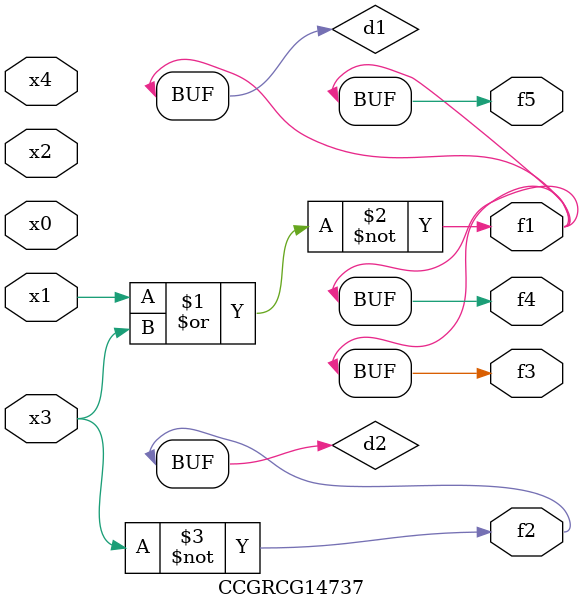
<source format=v>
module CCGRCG14737(
	input x0, x1, x2, x3, x4,
	output f1, f2, f3, f4, f5
);

	wire d1, d2;

	nor (d1, x1, x3);
	not (d2, x3);
	assign f1 = d1;
	assign f2 = d2;
	assign f3 = d1;
	assign f4 = d1;
	assign f5 = d1;
endmodule

</source>
